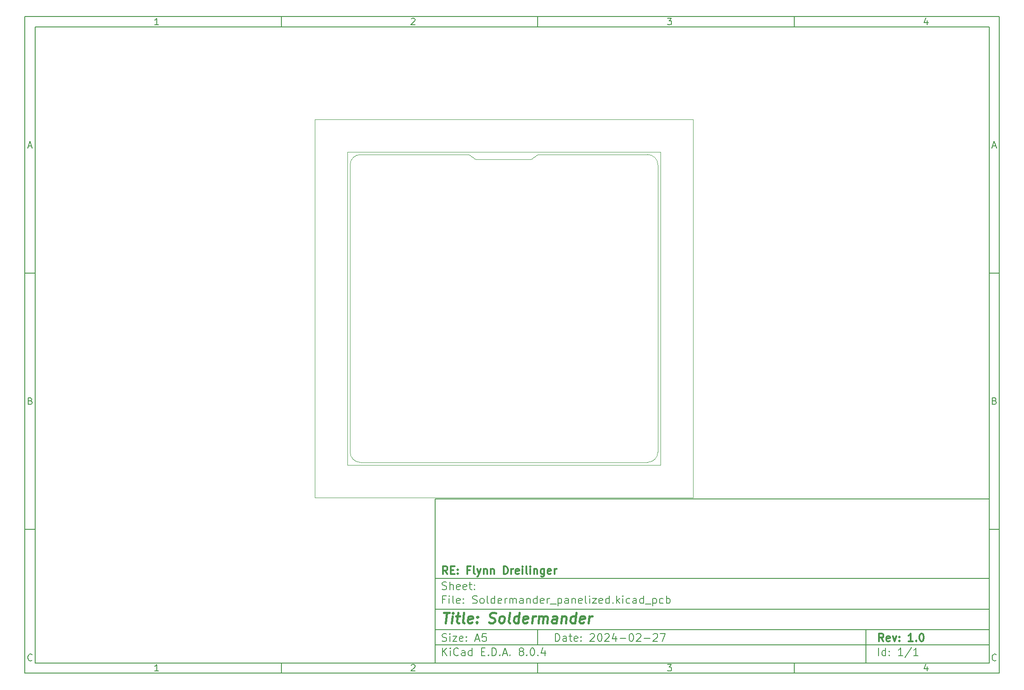
<source format=gbr>
%TF.GenerationSoftware,KiCad,Pcbnew,8.0.4*%
%TF.CreationDate,2024-07-26T20:24:49-07:00*%
%TF.ProjectId,Soldermander_panelized,536f6c64-6572-46d6-916e-6465725f7061,1.0*%
%TF.SameCoordinates,Original*%
%TF.FileFunction,Profile,NP*%
%FSLAX46Y46*%
G04 Gerber Fmt 4.6, Leading zero omitted, Abs format (unit mm)*
G04 Created by KiCad (PCBNEW 8.0.4) date 2024-07-26 20:24:49*
%MOMM*%
%LPD*%
G01*
G04 APERTURE LIST*
%ADD10C,0.100000*%
%ADD11C,0.150000*%
%ADD12C,0.300000*%
%ADD13C,0.400000*%
%TA.AperFunction,Profile*%
%ADD14C,0.100000*%
%TD*%
G04 APERTURE END LIST*
D10*
D11*
X90007200Y-104005800D02*
X198007200Y-104005800D01*
X198007200Y-136005800D01*
X90007200Y-136005800D01*
X90007200Y-104005800D01*
D10*
D11*
X10000000Y-10000000D02*
X200007200Y-10000000D01*
X200007200Y-138005800D01*
X10000000Y-138005800D01*
X10000000Y-10000000D01*
D10*
D11*
X12000000Y-12000000D02*
X198007200Y-12000000D01*
X198007200Y-136005800D01*
X12000000Y-136005800D01*
X12000000Y-12000000D01*
D10*
D11*
X60000000Y-12000000D02*
X60000000Y-10000000D01*
D10*
D11*
X110000000Y-12000000D02*
X110000000Y-10000000D01*
D10*
D11*
X160000000Y-12000000D02*
X160000000Y-10000000D01*
D10*
D11*
X36089160Y-11593604D02*
X35346303Y-11593604D01*
X35717731Y-11593604D02*
X35717731Y-10293604D01*
X35717731Y-10293604D02*
X35593922Y-10479319D01*
X35593922Y-10479319D02*
X35470112Y-10603128D01*
X35470112Y-10603128D02*
X35346303Y-10665033D01*
D10*
D11*
X85346303Y-10417414D02*
X85408207Y-10355509D01*
X85408207Y-10355509D02*
X85532017Y-10293604D01*
X85532017Y-10293604D02*
X85841541Y-10293604D01*
X85841541Y-10293604D02*
X85965350Y-10355509D01*
X85965350Y-10355509D02*
X86027255Y-10417414D01*
X86027255Y-10417414D02*
X86089160Y-10541223D01*
X86089160Y-10541223D02*
X86089160Y-10665033D01*
X86089160Y-10665033D02*
X86027255Y-10850747D01*
X86027255Y-10850747D02*
X85284398Y-11593604D01*
X85284398Y-11593604D02*
X86089160Y-11593604D01*
D10*
D11*
X135284398Y-10293604D02*
X136089160Y-10293604D01*
X136089160Y-10293604D02*
X135655826Y-10788842D01*
X135655826Y-10788842D02*
X135841541Y-10788842D01*
X135841541Y-10788842D02*
X135965350Y-10850747D01*
X135965350Y-10850747D02*
X136027255Y-10912652D01*
X136027255Y-10912652D02*
X136089160Y-11036461D01*
X136089160Y-11036461D02*
X136089160Y-11345985D01*
X136089160Y-11345985D02*
X136027255Y-11469795D01*
X136027255Y-11469795D02*
X135965350Y-11531700D01*
X135965350Y-11531700D02*
X135841541Y-11593604D01*
X135841541Y-11593604D02*
X135470112Y-11593604D01*
X135470112Y-11593604D02*
X135346303Y-11531700D01*
X135346303Y-11531700D02*
X135284398Y-11469795D01*
D10*
D11*
X185965350Y-10726938D02*
X185965350Y-11593604D01*
X185655826Y-10231700D02*
X185346303Y-11160271D01*
X185346303Y-11160271D02*
X186151064Y-11160271D01*
D10*
D11*
X60000000Y-136005800D02*
X60000000Y-138005800D01*
D10*
D11*
X110000000Y-136005800D02*
X110000000Y-138005800D01*
D10*
D11*
X160000000Y-136005800D02*
X160000000Y-138005800D01*
D10*
D11*
X36089160Y-137599404D02*
X35346303Y-137599404D01*
X35717731Y-137599404D02*
X35717731Y-136299404D01*
X35717731Y-136299404D02*
X35593922Y-136485119D01*
X35593922Y-136485119D02*
X35470112Y-136608928D01*
X35470112Y-136608928D02*
X35346303Y-136670833D01*
D10*
D11*
X85346303Y-136423214D02*
X85408207Y-136361309D01*
X85408207Y-136361309D02*
X85532017Y-136299404D01*
X85532017Y-136299404D02*
X85841541Y-136299404D01*
X85841541Y-136299404D02*
X85965350Y-136361309D01*
X85965350Y-136361309D02*
X86027255Y-136423214D01*
X86027255Y-136423214D02*
X86089160Y-136547023D01*
X86089160Y-136547023D02*
X86089160Y-136670833D01*
X86089160Y-136670833D02*
X86027255Y-136856547D01*
X86027255Y-136856547D02*
X85284398Y-137599404D01*
X85284398Y-137599404D02*
X86089160Y-137599404D01*
D10*
D11*
X135284398Y-136299404D02*
X136089160Y-136299404D01*
X136089160Y-136299404D02*
X135655826Y-136794642D01*
X135655826Y-136794642D02*
X135841541Y-136794642D01*
X135841541Y-136794642D02*
X135965350Y-136856547D01*
X135965350Y-136856547D02*
X136027255Y-136918452D01*
X136027255Y-136918452D02*
X136089160Y-137042261D01*
X136089160Y-137042261D02*
X136089160Y-137351785D01*
X136089160Y-137351785D02*
X136027255Y-137475595D01*
X136027255Y-137475595D02*
X135965350Y-137537500D01*
X135965350Y-137537500D02*
X135841541Y-137599404D01*
X135841541Y-137599404D02*
X135470112Y-137599404D01*
X135470112Y-137599404D02*
X135346303Y-137537500D01*
X135346303Y-137537500D02*
X135284398Y-137475595D01*
D10*
D11*
X185965350Y-136732738D02*
X185965350Y-137599404D01*
X185655826Y-136237500D02*
X185346303Y-137166071D01*
X185346303Y-137166071D02*
X186151064Y-137166071D01*
D10*
D11*
X10000000Y-60000000D02*
X12000000Y-60000000D01*
D10*
D11*
X10000000Y-110000000D02*
X12000000Y-110000000D01*
D10*
D11*
X10690476Y-35222176D02*
X11309523Y-35222176D01*
X10566666Y-35593604D02*
X10999999Y-34293604D01*
X10999999Y-34293604D02*
X11433333Y-35593604D01*
D10*
D11*
X11092857Y-84912652D02*
X11278571Y-84974557D01*
X11278571Y-84974557D02*
X11340476Y-85036461D01*
X11340476Y-85036461D02*
X11402380Y-85160271D01*
X11402380Y-85160271D02*
X11402380Y-85345985D01*
X11402380Y-85345985D02*
X11340476Y-85469795D01*
X11340476Y-85469795D02*
X11278571Y-85531700D01*
X11278571Y-85531700D02*
X11154761Y-85593604D01*
X11154761Y-85593604D02*
X10659523Y-85593604D01*
X10659523Y-85593604D02*
X10659523Y-84293604D01*
X10659523Y-84293604D02*
X11092857Y-84293604D01*
X11092857Y-84293604D02*
X11216666Y-84355509D01*
X11216666Y-84355509D02*
X11278571Y-84417414D01*
X11278571Y-84417414D02*
X11340476Y-84541223D01*
X11340476Y-84541223D02*
X11340476Y-84665033D01*
X11340476Y-84665033D02*
X11278571Y-84788842D01*
X11278571Y-84788842D02*
X11216666Y-84850747D01*
X11216666Y-84850747D02*
X11092857Y-84912652D01*
X11092857Y-84912652D02*
X10659523Y-84912652D01*
D10*
D11*
X11402380Y-135469795D02*
X11340476Y-135531700D01*
X11340476Y-135531700D02*
X11154761Y-135593604D01*
X11154761Y-135593604D02*
X11030952Y-135593604D01*
X11030952Y-135593604D02*
X10845238Y-135531700D01*
X10845238Y-135531700D02*
X10721428Y-135407890D01*
X10721428Y-135407890D02*
X10659523Y-135284080D01*
X10659523Y-135284080D02*
X10597619Y-135036461D01*
X10597619Y-135036461D02*
X10597619Y-134850747D01*
X10597619Y-134850747D02*
X10659523Y-134603128D01*
X10659523Y-134603128D02*
X10721428Y-134479319D01*
X10721428Y-134479319D02*
X10845238Y-134355509D01*
X10845238Y-134355509D02*
X11030952Y-134293604D01*
X11030952Y-134293604D02*
X11154761Y-134293604D01*
X11154761Y-134293604D02*
X11340476Y-134355509D01*
X11340476Y-134355509D02*
X11402380Y-134417414D01*
D10*
D11*
X200007200Y-60000000D02*
X198007200Y-60000000D01*
D10*
D11*
X200007200Y-110000000D02*
X198007200Y-110000000D01*
D10*
D11*
X198697676Y-35222176D02*
X199316723Y-35222176D01*
X198573866Y-35593604D02*
X199007199Y-34293604D01*
X199007199Y-34293604D02*
X199440533Y-35593604D01*
D10*
D11*
X199100057Y-84912652D02*
X199285771Y-84974557D01*
X199285771Y-84974557D02*
X199347676Y-85036461D01*
X199347676Y-85036461D02*
X199409580Y-85160271D01*
X199409580Y-85160271D02*
X199409580Y-85345985D01*
X199409580Y-85345985D02*
X199347676Y-85469795D01*
X199347676Y-85469795D02*
X199285771Y-85531700D01*
X199285771Y-85531700D02*
X199161961Y-85593604D01*
X199161961Y-85593604D02*
X198666723Y-85593604D01*
X198666723Y-85593604D02*
X198666723Y-84293604D01*
X198666723Y-84293604D02*
X199100057Y-84293604D01*
X199100057Y-84293604D02*
X199223866Y-84355509D01*
X199223866Y-84355509D02*
X199285771Y-84417414D01*
X199285771Y-84417414D02*
X199347676Y-84541223D01*
X199347676Y-84541223D02*
X199347676Y-84665033D01*
X199347676Y-84665033D02*
X199285771Y-84788842D01*
X199285771Y-84788842D02*
X199223866Y-84850747D01*
X199223866Y-84850747D02*
X199100057Y-84912652D01*
X199100057Y-84912652D02*
X198666723Y-84912652D01*
D10*
D11*
X199409580Y-135469795D02*
X199347676Y-135531700D01*
X199347676Y-135531700D02*
X199161961Y-135593604D01*
X199161961Y-135593604D02*
X199038152Y-135593604D01*
X199038152Y-135593604D02*
X198852438Y-135531700D01*
X198852438Y-135531700D02*
X198728628Y-135407890D01*
X198728628Y-135407890D02*
X198666723Y-135284080D01*
X198666723Y-135284080D02*
X198604819Y-135036461D01*
X198604819Y-135036461D02*
X198604819Y-134850747D01*
X198604819Y-134850747D02*
X198666723Y-134603128D01*
X198666723Y-134603128D02*
X198728628Y-134479319D01*
X198728628Y-134479319D02*
X198852438Y-134355509D01*
X198852438Y-134355509D02*
X199038152Y-134293604D01*
X199038152Y-134293604D02*
X199161961Y-134293604D01*
X199161961Y-134293604D02*
X199347676Y-134355509D01*
X199347676Y-134355509D02*
X199409580Y-134417414D01*
D10*
D11*
X113463026Y-131791928D02*
X113463026Y-130291928D01*
X113463026Y-130291928D02*
X113820169Y-130291928D01*
X113820169Y-130291928D02*
X114034455Y-130363357D01*
X114034455Y-130363357D02*
X114177312Y-130506214D01*
X114177312Y-130506214D02*
X114248741Y-130649071D01*
X114248741Y-130649071D02*
X114320169Y-130934785D01*
X114320169Y-130934785D02*
X114320169Y-131149071D01*
X114320169Y-131149071D02*
X114248741Y-131434785D01*
X114248741Y-131434785D02*
X114177312Y-131577642D01*
X114177312Y-131577642D02*
X114034455Y-131720500D01*
X114034455Y-131720500D02*
X113820169Y-131791928D01*
X113820169Y-131791928D02*
X113463026Y-131791928D01*
X115605884Y-131791928D02*
X115605884Y-131006214D01*
X115605884Y-131006214D02*
X115534455Y-130863357D01*
X115534455Y-130863357D02*
X115391598Y-130791928D01*
X115391598Y-130791928D02*
X115105884Y-130791928D01*
X115105884Y-130791928D02*
X114963026Y-130863357D01*
X115605884Y-131720500D02*
X115463026Y-131791928D01*
X115463026Y-131791928D02*
X115105884Y-131791928D01*
X115105884Y-131791928D02*
X114963026Y-131720500D01*
X114963026Y-131720500D02*
X114891598Y-131577642D01*
X114891598Y-131577642D02*
X114891598Y-131434785D01*
X114891598Y-131434785D02*
X114963026Y-131291928D01*
X114963026Y-131291928D02*
X115105884Y-131220500D01*
X115105884Y-131220500D02*
X115463026Y-131220500D01*
X115463026Y-131220500D02*
X115605884Y-131149071D01*
X116105884Y-130791928D02*
X116677312Y-130791928D01*
X116320169Y-130291928D02*
X116320169Y-131577642D01*
X116320169Y-131577642D02*
X116391598Y-131720500D01*
X116391598Y-131720500D02*
X116534455Y-131791928D01*
X116534455Y-131791928D02*
X116677312Y-131791928D01*
X117748741Y-131720500D02*
X117605884Y-131791928D01*
X117605884Y-131791928D02*
X117320170Y-131791928D01*
X117320170Y-131791928D02*
X117177312Y-131720500D01*
X117177312Y-131720500D02*
X117105884Y-131577642D01*
X117105884Y-131577642D02*
X117105884Y-131006214D01*
X117105884Y-131006214D02*
X117177312Y-130863357D01*
X117177312Y-130863357D02*
X117320170Y-130791928D01*
X117320170Y-130791928D02*
X117605884Y-130791928D01*
X117605884Y-130791928D02*
X117748741Y-130863357D01*
X117748741Y-130863357D02*
X117820170Y-131006214D01*
X117820170Y-131006214D02*
X117820170Y-131149071D01*
X117820170Y-131149071D02*
X117105884Y-131291928D01*
X118463026Y-131649071D02*
X118534455Y-131720500D01*
X118534455Y-131720500D02*
X118463026Y-131791928D01*
X118463026Y-131791928D02*
X118391598Y-131720500D01*
X118391598Y-131720500D02*
X118463026Y-131649071D01*
X118463026Y-131649071D02*
X118463026Y-131791928D01*
X118463026Y-130863357D02*
X118534455Y-130934785D01*
X118534455Y-130934785D02*
X118463026Y-131006214D01*
X118463026Y-131006214D02*
X118391598Y-130934785D01*
X118391598Y-130934785D02*
X118463026Y-130863357D01*
X118463026Y-130863357D02*
X118463026Y-131006214D01*
X120248741Y-130434785D02*
X120320169Y-130363357D01*
X120320169Y-130363357D02*
X120463027Y-130291928D01*
X120463027Y-130291928D02*
X120820169Y-130291928D01*
X120820169Y-130291928D02*
X120963027Y-130363357D01*
X120963027Y-130363357D02*
X121034455Y-130434785D01*
X121034455Y-130434785D02*
X121105884Y-130577642D01*
X121105884Y-130577642D02*
X121105884Y-130720500D01*
X121105884Y-130720500D02*
X121034455Y-130934785D01*
X121034455Y-130934785D02*
X120177312Y-131791928D01*
X120177312Y-131791928D02*
X121105884Y-131791928D01*
X122034455Y-130291928D02*
X122177312Y-130291928D01*
X122177312Y-130291928D02*
X122320169Y-130363357D01*
X122320169Y-130363357D02*
X122391598Y-130434785D01*
X122391598Y-130434785D02*
X122463026Y-130577642D01*
X122463026Y-130577642D02*
X122534455Y-130863357D01*
X122534455Y-130863357D02*
X122534455Y-131220500D01*
X122534455Y-131220500D02*
X122463026Y-131506214D01*
X122463026Y-131506214D02*
X122391598Y-131649071D01*
X122391598Y-131649071D02*
X122320169Y-131720500D01*
X122320169Y-131720500D02*
X122177312Y-131791928D01*
X122177312Y-131791928D02*
X122034455Y-131791928D01*
X122034455Y-131791928D02*
X121891598Y-131720500D01*
X121891598Y-131720500D02*
X121820169Y-131649071D01*
X121820169Y-131649071D02*
X121748740Y-131506214D01*
X121748740Y-131506214D02*
X121677312Y-131220500D01*
X121677312Y-131220500D02*
X121677312Y-130863357D01*
X121677312Y-130863357D02*
X121748740Y-130577642D01*
X121748740Y-130577642D02*
X121820169Y-130434785D01*
X121820169Y-130434785D02*
X121891598Y-130363357D01*
X121891598Y-130363357D02*
X122034455Y-130291928D01*
X123105883Y-130434785D02*
X123177311Y-130363357D01*
X123177311Y-130363357D02*
X123320169Y-130291928D01*
X123320169Y-130291928D02*
X123677311Y-130291928D01*
X123677311Y-130291928D02*
X123820169Y-130363357D01*
X123820169Y-130363357D02*
X123891597Y-130434785D01*
X123891597Y-130434785D02*
X123963026Y-130577642D01*
X123963026Y-130577642D02*
X123963026Y-130720500D01*
X123963026Y-130720500D02*
X123891597Y-130934785D01*
X123891597Y-130934785D02*
X123034454Y-131791928D01*
X123034454Y-131791928D02*
X123963026Y-131791928D01*
X125248740Y-130791928D02*
X125248740Y-131791928D01*
X124891597Y-130220500D02*
X124534454Y-131291928D01*
X124534454Y-131291928D02*
X125463025Y-131291928D01*
X126034453Y-131220500D02*
X127177311Y-131220500D01*
X128177311Y-130291928D02*
X128320168Y-130291928D01*
X128320168Y-130291928D02*
X128463025Y-130363357D01*
X128463025Y-130363357D02*
X128534454Y-130434785D01*
X128534454Y-130434785D02*
X128605882Y-130577642D01*
X128605882Y-130577642D02*
X128677311Y-130863357D01*
X128677311Y-130863357D02*
X128677311Y-131220500D01*
X128677311Y-131220500D02*
X128605882Y-131506214D01*
X128605882Y-131506214D02*
X128534454Y-131649071D01*
X128534454Y-131649071D02*
X128463025Y-131720500D01*
X128463025Y-131720500D02*
X128320168Y-131791928D01*
X128320168Y-131791928D02*
X128177311Y-131791928D01*
X128177311Y-131791928D02*
X128034454Y-131720500D01*
X128034454Y-131720500D02*
X127963025Y-131649071D01*
X127963025Y-131649071D02*
X127891596Y-131506214D01*
X127891596Y-131506214D02*
X127820168Y-131220500D01*
X127820168Y-131220500D02*
X127820168Y-130863357D01*
X127820168Y-130863357D02*
X127891596Y-130577642D01*
X127891596Y-130577642D02*
X127963025Y-130434785D01*
X127963025Y-130434785D02*
X128034454Y-130363357D01*
X128034454Y-130363357D02*
X128177311Y-130291928D01*
X129248739Y-130434785D02*
X129320167Y-130363357D01*
X129320167Y-130363357D02*
X129463025Y-130291928D01*
X129463025Y-130291928D02*
X129820167Y-130291928D01*
X129820167Y-130291928D02*
X129963025Y-130363357D01*
X129963025Y-130363357D02*
X130034453Y-130434785D01*
X130034453Y-130434785D02*
X130105882Y-130577642D01*
X130105882Y-130577642D02*
X130105882Y-130720500D01*
X130105882Y-130720500D02*
X130034453Y-130934785D01*
X130034453Y-130934785D02*
X129177310Y-131791928D01*
X129177310Y-131791928D02*
X130105882Y-131791928D01*
X130748738Y-131220500D02*
X131891596Y-131220500D01*
X132534453Y-130434785D02*
X132605881Y-130363357D01*
X132605881Y-130363357D02*
X132748739Y-130291928D01*
X132748739Y-130291928D02*
X133105881Y-130291928D01*
X133105881Y-130291928D02*
X133248739Y-130363357D01*
X133248739Y-130363357D02*
X133320167Y-130434785D01*
X133320167Y-130434785D02*
X133391596Y-130577642D01*
X133391596Y-130577642D02*
X133391596Y-130720500D01*
X133391596Y-130720500D02*
X133320167Y-130934785D01*
X133320167Y-130934785D02*
X132463024Y-131791928D01*
X132463024Y-131791928D02*
X133391596Y-131791928D01*
X133891595Y-130291928D02*
X134891595Y-130291928D01*
X134891595Y-130291928D02*
X134248738Y-131791928D01*
D10*
D11*
X90007200Y-132505800D02*
X198007200Y-132505800D01*
D10*
D11*
X91463026Y-134591928D02*
X91463026Y-133091928D01*
X92320169Y-134591928D02*
X91677312Y-133734785D01*
X92320169Y-133091928D02*
X91463026Y-133949071D01*
X92963026Y-134591928D02*
X92963026Y-133591928D01*
X92963026Y-133091928D02*
X92891598Y-133163357D01*
X92891598Y-133163357D02*
X92963026Y-133234785D01*
X92963026Y-133234785D02*
X93034455Y-133163357D01*
X93034455Y-133163357D02*
X92963026Y-133091928D01*
X92963026Y-133091928D02*
X92963026Y-133234785D01*
X94534455Y-134449071D02*
X94463027Y-134520500D01*
X94463027Y-134520500D02*
X94248741Y-134591928D01*
X94248741Y-134591928D02*
X94105884Y-134591928D01*
X94105884Y-134591928D02*
X93891598Y-134520500D01*
X93891598Y-134520500D02*
X93748741Y-134377642D01*
X93748741Y-134377642D02*
X93677312Y-134234785D01*
X93677312Y-134234785D02*
X93605884Y-133949071D01*
X93605884Y-133949071D02*
X93605884Y-133734785D01*
X93605884Y-133734785D02*
X93677312Y-133449071D01*
X93677312Y-133449071D02*
X93748741Y-133306214D01*
X93748741Y-133306214D02*
X93891598Y-133163357D01*
X93891598Y-133163357D02*
X94105884Y-133091928D01*
X94105884Y-133091928D02*
X94248741Y-133091928D01*
X94248741Y-133091928D02*
X94463027Y-133163357D01*
X94463027Y-133163357D02*
X94534455Y-133234785D01*
X95820170Y-134591928D02*
X95820170Y-133806214D01*
X95820170Y-133806214D02*
X95748741Y-133663357D01*
X95748741Y-133663357D02*
X95605884Y-133591928D01*
X95605884Y-133591928D02*
X95320170Y-133591928D01*
X95320170Y-133591928D02*
X95177312Y-133663357D01*
X95820170Y-134520500D02*
X95677312Y-134591928D01*
X95677312Y-134591928D02*
X95320170Y-134591928D01*
X95320170Y-134591928D02*
X95177312Y-134520500D01*
X95177312Y-134520500D02*
X95105884Y-134377642D01*
X95105884Y-134377642D02*
X95105884Y-134234785D01*
X95105884Y-134234785D02*
X95177312Y-134091928D01*
X95177312Y-134091928D02*
X95320170Y-134020500D01*
X95320170Y-134020500D02*
X95677312Y-134020500D01*
X95677312Y-134020500D02*
X95820170Y-133949071D01*
X97177313Y-134591928D02*
X97177313Y-133091928D01*
X97177313Y-134520500D02*
X97034455Y-134591928D01*
X97034455Y-134591928D02*
X96748741Y-134591928D01*
X96748741Y-134591928D02*
X96605884Y-134520500D01*
X96605884Y-134520500D02*
X96534455Y-134449071D01*
X96534455Y-134449071D02*
X96463027Y-134306214D01*
X96463027Y-134306214D02*
X96463027Y-133877642D01*
X96463027Y-133877642D02*
X96534455Y-133734785D01*
X96534455Y-133734785D02*
X96605884Y-133663357D01*
X96605884Y-133663357D02*
X96748741Y-133591928D01*
X96748741Y-133591928D02*
X97034455Y-133591928D01*
X97034455Y-133591928D02*
X97177313Y-133663357D01*
X99034455Y-133806214D02*
X99534455Y-133806214D01*
X99748741Y-134591928D02*
X99034455Y-134591928D01*
X99034455Y-134591928D02*
X99034455Y-133091928D01*
X99034455Y-133091928D02*
X99748741Y-133091928D01*
X100391598Y-134449071D02*
X100463027Y-134520500D01*
X100463027Y-134520500D02*
X100391598Y-134591928D01*
X100391598Y-134591928D02*
X100320170Y-134520500D01*
X100320170Y-134520500D02*
X100391598Y-134449071D01*
X100391598Y-134449071D02*
X100391598Y-134591928D01*
X101105884Y-134591928D02*
X101105884Y-133091928D01*
X101105884Y-133091928D02*
X101463027Y-133091928D01*
X101463027Y-133091928D02*
X101677313Y-133163357D01*
X101677313Y-133163357D02*
X101820170Y-133306214D01*
X101820170Y-133306214D02*
X101891599Y-133449071D01*
X101891599Y-133449071D02*
X101963027Y-133734785D01*
X101963027Y-133734785D02*
X101963027Y-133949071D01*
X101963027Y-133949071D02*
X101891599Y-134234785D01*
X101891599Y-134234785D02*
X101820170Y-134377642D01*
X101820170Y-134377642D02*
X101677313Y-134520500D01*
X101677313Y-134520500D02*
X101463027Y-134591928D01*
X101463027Y-134591928D02*
X101105884Y-134591928D01*
X102605884Y-134449071D02*
X102677313Y-134520500D01*
X102677313Y-134520500D02*
X102605884Y-134591928D01*
X102605884Y-134591928D02*
X102534456Y-134520500D01*
X102534456Y-134520500D02*
X102605884Y-134449071D01*
X102605884Y-134449071D02*
X102605884Y-134591928D01*
X103248742Y-134163357D02*
X103963028Y-134163357D01*
X103105885Y-134591928D02*
X103605885Y-133091928D01*
X103605885Y-133091928D02*
X104105885Y-134591928D01*
X104605884Y-134449071D02*
X104677313Y-134520500D01*
X104677313Y-134520500D02*
X104605884Y-134591928D01*
X104605884Y-134591928D02*
X104534456Y-134520500D01*
X104534456Y-134520500D02*
X104605884Y-134449071D01*
X104605884Y-134449071D02*
X104605884Y-134591928D01*
X106677313Y-133734785D02*
X106534456Y-133663357D01*
X106534456Y-133663357D02*
X106463027Y-133591928D01*
X106463027Y-133591928D02*
X106391599Y-133449071D01*
X106391599Y-133449071D02*
X106391599Y-133377642D01*
X106391599Y-133377642D02*
X106463027Y-133234785D01*
X106463027Y-133234785D02*
X106534456Y-133163357D01*
X106534456Y-133163357D02*
X106677313Y-133091928D01*
X106677313Y-133091928D02*
X106963027Y-133091928D01*
X106963027Y-133091928D02*
X107105885Y-133163357D01*
X107105885Y-133163357D02*
X107177313Y-133234785D01*
X107177313Y-133234785D02*
X107248742Y-133377642D01*
X107248742Y-133377642D02*
X107248742Y-133449071D01*
X107248742Y-133449071D02*
X107177313Y-133591928D01*
X107177313Y-133591928D02*
X107105885Y-133663357D01*
X107105885Y-133663357D02*
X106963027Y-133734785D01*
X106963027Y-133734785D02*
X106677313Y-133734785D01*
X106677313Y-133734785D02*
X106534456Y-133806214D01*
X106534456Y-133806214D02*
X106463027Y-133877642D01*
X106463027Y-133877642D02*
X106391599Y-134020500D01*
X106391599Y-134020500D02*
X106391599Y-134306214D01*
X106391599Y-134306214D02*
X106463027Y-134449071D01*
X106463027Y-134449071D02*
X106534456Y-134520500D01*
X106534456Y-134520500D02*
X106677313Y-134591928D01*
X106677313Y-134591928D02*
X106963027Y-134591928D01*
X106963027Y-134591928D02*
X107105885Y-134520500D01*
X107105885Y-134520500D02*
X107177313Y-134449071D01*
X107177313Y-134449071D02*
X107248742Y-134306214D01*
X107248742Y-134306214D02*
X107248742Y-134020500D01*
X107248742Y-134020500D02*
X107177313Y-133877642D01*
X107177313Y-133877642D02*
X107105885Y-133806214D01*
X107105885Y-133806214D02*
X106963027Y-133734785D01*
X107891598Y-134449071D02*
X107963027Y-134520500D01*
X107963027Y-134520500D02*
X107891598Y-134591928D01*
X107891598Y-134591928D02*
X107820170Y-134520500D01*
X107820170Y-134520500D02*
X107891598Y-134449071D01*
X107891598Y-134449071D02*
X107891598Y-134591928D01*
X108891599Y-133091928D02*
X109034456Y-133091928D01*
X109034456Y-133091928D02*
X109177313Y-133163357D01*
X109177313Y-133163357D02*
X109248742Y-133234785D01*
X109248742Y-133234785D02*
X109320170Y-133377642D01*
X109320170Y-133377642D02*
X109391599Y-133663357D01*
X109391599Y-133663357D02*
X109391599Y-134020500D01*
X109391599Y-134020500D02*
X109320170Y-134306214D01*
X109320170Y-134306214D02*
X109248742Y-134449071D01*
X109248742Y-134449071D02*
X109177313Y-134520500D01*
X109177313Y-134520500D02*
X109034456Y-134591928D01*
X109034456Y-134591928D02*
X108891599Y-134591928D01*
X108891599Y-134591928D02*
X108748742Y-134520500D01*
X108748742Y-134520500D02*
X108677313Y-134449071D01*
X108677313Y-134449071D02*
X108605884Y-134306214D01*
X108605884Y-134306214D02*
X108534456Y-134020500D01*
X108534456Y-134020500D02*
X108534456Y-133663357D01*
X108534456Y-133663357D02*
X108605884Y-133377642D01*
X108605884Y-133377642D02*
X108677313Y-133234785D01*
X108677313Y-133234785D02*
X108748742Y-133163357D01*
X108748742Y-133163357D02*
X108891599Y-133091928D01*
X110034455Y-134449071D02*
X110105884Y-134520500D01*
X110105884Y-134520500D02*
X110034455Y-134591928D01*
X110034455Y-134591928D02*
X109963027Y-134520500D01*
X109963027Y-134520500D02*
X110034455Y-134449071D01*
X110034455Y-134449071D02*
X110034455Y-134591928D01*
X111391599Y-133591928D02*
X111391599Y-134591928D01*
X111034456Y-133020500D02*
X110677313Y-134091928D01*
X110677313Y-134091928D02*
X111605884Y-134091928D01*
D10*
D11*
X90007200Y-129505800D02*
X198007200Y-129505800D01*
D10*
D12*
X177418853Y-131784128D02*
X176918853Y-131069842D01*
X176561710Y-131784128D02*
X176561710Y-130284128D01*
X176561710Y-130284128D02*
X177133139Y-130284128D01*
X177133139Y-130284128D02*
X177275996Y-130355557D01*
X177275996Y-130355557D02*
X177347425Y-130426985D01*
X177347425Y-130426985D02*
X177418853Y-130569842D01*
X177418853Y-130569842D02*
X177418853Y-130784128D01*
X177418853Y-130784128D02*
X177347425Y-130926985D01*
X177347425Y-130926985D02*
X177275996Y-130998414D01*
X177275996Y-130998414D02*
X177133139Y-131069842D01*
X177133139Y-131069842D02*
X176561710Y-131069842D01*
X178633139Y-131712700D02*
X178490282Y-131784128D01*
X178490282Y-131784128D02*
X178204568Y-131784128D01*
X178204568Y-131784128D02*
X178061710Y-131712700D01*
X178061710Y-131712700D02*
X177990282Y-131569842D01*
X177990282Y-131569842D02*
X177990282Y-130998414D01*
X177990282Y-130998414D02*
X178061710Y-130855557D01*
X178061710Y-130855557D02*
X178204568Y-130784128D01*
X178204568Y-130784128D02*
X178490282Y-130784128D01*
X178490282Y-130784128D02*
X178633139Y-130855557D01*
X178633139Y-130855557D02*
X178704568Y-130998414D01*
X178704568Y-130998414D02*
X178704568Y-131141271D01*
X178704568Y-131141271D02*
X177990282Y-131284128D01*
X179204567Y-130784128D02*
X179561710Y-131784128D01*
X179561710Y-131784128D02*
X179918853Y-130784128D01*
X180490281Y-131641271D02*
X180561710Y-131712700D01*
X180561710Y-131712700D02*
X180490281Y-131784128D01*
X180490281Y-131784128D02*
X180418853Y-131712700D01*
X180418853Y-131712700D02*
X180490281Y-131641271D01*
X180490281Y-131641271D02*
X180490281Y-131784128D01*
X180490281Y-130855557D02*
X180561710Y-130926985D01*
X180561710Y-130926985D02*
X180490281Y-130998414D01*
X180490281Y-130998414D02*
X180418853Y-130926985D01*
X180418853Y-130926985D02*
X180490281Y-130855557D01*
X180490281Y-130855557D02*
X180490281Y-130998414D01*
X183133139Y-131784128D02*
X182275996Y-131784128D01*
X182704567Y-131784128D02*
X182704567Y-130284128D01*
X182704567Y-130284128D02*
X182561710Y-130498414D01*
X182561710Y-130498414D02*
X182418853Y-130641271D01*
X182418853Y-130641271D02*
X182275996Y-130712700D01*
X183775995Y-131641271D02*
X183847424Y-131712700D01*
X183847424Y-131712700D02*
X183775995Y-131784128D01*
X183775995Y-131784128D02*
X183704567Y-131712700D01*
X183704567Y-131712700D02*
X183775995Y-131641271D01*
X183775995Y-131641271D02*
X183775995Y-131784128D01*
X184775996Y-130284128D02*
X184918853Y-130284128D01*
X184918853Y-130284128D02*
X185061710Y-130355557D01*
X185061710Y-130355557D02*
X185133139Y-130426985D01*
X185133139Y-130426985D02*
X185204567Y-130569842D01*
X185204567Y-130569842D02*
X185275996Y-130855557D01*
X185275996Y-130855557D02*
X185275996Y-131212700D01*
X185275996Y-131212700D02*
X185204567Y-131498414D01*
X185204567Y-131498414D02*
X185133139Y-131641271D01*
X185133139Y-131641271D02*
X185061710Y-131712700D01*
X185061710Y-131712700D02*
X184918853Y-131784128D01*
X184918853Y-131784128D02*
X184775996Y-131784128D01*
X184775996Y-131784128D02*
X184633139Y-131712700D01*
X184633139Y-131712700D02*
X184561710Y-131641271D01*
X184561710Y-131641271D02*
X184490281Y-131498414D01*
X184490281Y-131498414D02*
X184418853Y-131212700D01*
X184418853Y-131212700D02*
X184418853Y-130855557D01*
X184418853Y-130855557D02*
X184490281Y-130569842D01*
X184490281Y-130569842D02*
X184561710Y-130426985D01*
X184561710Y-130426985D02*
X184633139Y-130355557D01*
X184633139Y-130355557D02*
X184775996Y-130284128D01*
D10*
D11*
X91391598Y-131720500D02*
X91605884Y-131791928D01*
X91605884Y-131791928D02*
X91963026Y-131791928D01*
X91963026Y-131791928D02*
X92105884Y-131720500D01*
X92105884Y-131720500D02*
X92177312Y-131649071D01*
X92177312Y-131649071D02*
X92248741Y-131506214D01*
X92248741Y-131506214D02*
X92248741Y-131363357D01*
X92248741Y-131363357D02*
X92177312Y-131220500D01*
X92177312Y-131220500D02*
X92105884Y-131149071D01*
X92105884Y-131149071D02*
X91963026Y-131077642D01*
X91963026Y-131077642D02*
X91677312Y-131006214D01*
X91677312Y-131006214D02*
X91534455Y-130934785D01*
X91534455Y-130934785D02*
X91463026Y-130863357D01*
X91463026Y-130863357D02*
X91391598Y-130720500D01*
X91391598Y-130720500D02*
X91391598Y-130577642D01*
X91391598Y-130577642D02*
X91463026Y-130434785D01*
X91463026Y-130434785D02*
X91534455Y-130363357D01*
X91534455Y-130363357D02*
X91677312Y-130291928D01*
X91677312Y-130291928D02*
X92034455Y-130291928D01*
X92034455Y-130291928D02*
X92248741Y-130363357D01*
X92891597Y-131791928D02*
X92891597Y-130791928D01*
X92891597Y-130291928D02*
X92820169Y-130363357D01*
X92820169Y-130363357D02*
X92891597Y-130434785D01*
X92891597Y-130434785D02*
X92963026Y-130363357D01*
X92963026Y-130363357D02*
X92891597Y-130291928D01*
X92891597Y-130291928D02*
X92891597Y-130434785D01*
X93463026Y-130791928D02*
X94248741Y-130791928D01*
X94248741Y-130791928D02*
X93463026Y-131791928D01*
X93463026Y-131791928D02*
X94248741Y-131791928D01*
X95391598Y-131720500D02*
X95248741Y-131791928D01*
X95248741Y-131791928D02*
X94963027Y-131791928D01*
X94963027Y-131791928D02*
X94820169Y-131720500D01*
X94820169Y-131720500D02*
X94748741Y-131577642D01*
X94748741Y-131577642D02*
X94748741Y-131006214D01*
X94748741Y-131006214D02*
X94820169Y-130863357D01*
X94820169Y-130863357D02*
X94963027Y-130791928D01*
X94963027Y-130791928D02*
X95248741Y-130791928D01*
X95248741Y-130791928D02*
X95391598Y-130863357D01*
X95391598Y-130863357D02*
X95463027Y-131006214D01*
X95463027Y-131006214D02*
X95463027Y-131149071D01*
X95463027Y-131149071D02*
X94748741Y-131291928D01*
X96105883Y-131649071D02*
X96177312Y-131720500D01*
X96177312Y-131720500D02*
X96105883Y-131791928D01*
X96105883Y-131791928D02*
X96034455Y-131720500D01*
X96034455Y-131720500D02*
X96105883Y-131649071D01*
X96105883Y-131649071D02*
X96105883Y-131791928D01*
X96105883Y-130863357D02*
X96177312Y-130934785D01*
X96177312Y-130934785D02*
X96105883Y-131006214D01*
X96105883Y-131006214D02*
X96034455Y-130934785D01*
X96034455Y-130934785D02*
X96105883Y-130863357D01*
X96105883Y-130863357D02*
X96105883Y-131006214D01*
X97891598Y-131363357D02*
X98605884Y-131363357D01*
X97748741Y-131791928D02*
X98248741Y-130291928D01*
X98248741Y-130291928D02*
X98748741Y-131791928D01*
X99963026Y-130291928D02*
X99248740Y-130291928D01*
X99248740Y-130291928D02*
X99177312Y-131006214D01*
X99177312Y-131006214D02*
X99248740Y-130934785D01*
X99248740Y-130934785D02*
X99391598Y-130863357D01*
X99391598Y-130863357D02*
X99748740Y-130863357D01*
X99748740Y-130863357D02*
X99891598Y-130934785D01*
X99891598Y-130934785D02*
X99963026Y-131006214D01*
X99963026Y-131006214D02*
X100034455Y-131149071D01*
X100034455Y-131149071D02*
X100034455Y-131506214D01*
X100034455Y-131506214D02*
X99963026Y-131649071D01*
X99963026Y-131649071D02*
X99891598Y-131720500D01*
X99891598Y-131720500D02*
X99748740Y-131791928D01*
X99748740Y-131791928D02*
X99391598Y-131791928D01*
X99391598Y-131791928D02*
X99248740Y-131720500D01*
X99248740Y-131720500D02*
X99177312Y-131649071D01*
D10*
D11*
X176463026Y-134591928D02*
X176463026Y-133091928D01*
X177820170Y-134591928D02*
X177820170Y-133091928D01*
X177820170Y-134520500D02*
X177677312Y-134591928D01*
X177677312Y-134591928D02*
X177391598Y-134591928D01*
X177391598Y-134591928D02*
X177248741Y-134520500D01*
X177248741Y-134520500D02*
X177177312Y-134449071D01*
X177177312Y-134449071D02*
X177105884Y-134306214D01*
X177105884Y-134306214D02*
X177105884Y-133877642D01*
X177105884Y-133877642D02*
X177177312Y-133734785D01*
X177177312Y-133734785D02*
X177248741Y-133663357D01*
X177248741Y-133663357D02*
X177391598Y-133591928D01*
X177391598Y-133591928D02*
X177677312Y-133591928D01*
X177677312Y-133591928D02*
X177820170Y-133663357D01*
X178534455Y-134449071D02*
X178605884Y-134520500D01*
X178605884Y-134520500D02*
X178534455Y-134591928D01*
X178534455Y-134591928D02*
X178463027Y-134520500D01*
X178463027Y-134520500D02*
X178534455Y-134449071D01*
X178534455Y-134449071D02*
X178534455Y-134591928D01*
X178534455Y-133663357D02*
X178605884Y-133734785D01*
X178605884Y-133734785D02*
X178534455Y-133806214D01*
X178534455Y-133806214D02*
X178463027Y-133734785D01*
X178463027Y-133734785D02*
X178534455Y-133663357D01*
X178534455Y-133663357D02*
X178534455Y-133806214D01*
X181177313Y-134591928D02*
X180320170Y-134591928D01*
X180748741Y-134591928D02*
X180748741Y-133091928D01*
X180748741Y-133091928D02*
X180605884Y-133306214D01*
X180605884Y-133306214D02*
X180463027Y-133449071D01*
X180463027Y-133449071D02*
X180320170Y-133520500D01*
X182891598Y-133020500D02*
X181605884Y-134949071D01*
X184177313Y-134591928D02*
X183320170Y-134591928D01*
X183748741Y-134591928D02*
X183748741Y-133091928D01*
X183748741Y-133091928D02*
X183605884Y-133306214D01*
X183605884Y-133306214D02*
X183463027Y-133449071D01*
X183463027Y-133449071D02*
X183320170Y-133520500D01*
D10*
D11*
X90007200Y-125505800D02*
X198007200Y-125505800D01*
D10*
D13*
X91698928Y-126210238D02*
X92841785Y-126210238D01*
X92020357Y-128210238D02*
X92270357Y-126210238D01*
X93258452Y-128210238D02*
X93425119Y-126876904D01*
X93508452Y-126210238D02*
X93401309Y-126305476D01*
X93401309Y-126305476D02*
X93484643Y-126400714D01*
X93484643Y-126400714D02*
X93591786Y-126305476D01*
X93591786Y-126305476D02*
X93508452Y-126210238D01*
X93508452Y-126210238D02*
X93484643Y-126400714D01*
X94091786Y-126876904D02*
X94853690Y-126876904D01*
X94460833Y-126210238D02*
X94246548Y-127924523D01*
X94246548Y-127924523D02*
X94317976Y-128115000D01*
X94317976Y-128115000D02*
X94496548Y-128210238D01*
X94496548Y-128210238D02*
X94687024Y-128210238D01*
X95639405Y-128210238D02*
X95460833Y-128115000D01*
X95460833Y-128115000D02*
X95389405Y-127924523D01*
X95389405Y-127924523D02*
X95603690Y-126210238D01*
X97175119Y-128115000D02*
X96972738Y-128210238D01*
X96972738Y-128210238D02*
X96591785Y-128210238D01*
X96591785Y-128210238D02*
X96413214Y-128115000D01*
X96413214Y-128115000D02*
X96341785Y-127924523D01*
X96341785Y-127924523D02*
X96437024Y-127162619D01*
X96437024Y-127162619D02*
X96556071Y-126972142D01*
X96556071Y-126972142D02*
X96758452Y-126876904D01*
X96758452Y-126876904D02*
X97139404Y-126876904D01*
X97139404Y-126876904D02*
X97317976Y-126972142D01*
X97317976Y-126972142D02*
X97389404Y-127162619D01*
X97389404Y-127162619D02*
X97365595Y-127353095D01*
X97365595Y-127353095D02*
X96389404Y-127543571D01*
X98139405Y-128019761D02*
X98222738Y-128115000D01*
X98222738Y-128115000D02*
X98115595Y-128210238D01*
X98115595Y-128210238D02*
X98032262Y-128115000D01*
X98032262Y-128115000D02*
X98139405Y-128019761D01*
X98139405Y-128019761D02*
X98115595Y-128210238D01*
X98270357Y-126972142D02*
X98353690Y-127067380D01*
X98353690Y-127067380D02*
X98246548Y-127162619D01*
X98246548Y-127162619D02*
X98163214Y-127067380D01*
X98163214Y-127067380D02*
X98270357Y-126972142D01*
X98270357Y-126972142D02*
X98246548Y-127162619D01*
X100508453Y-128115000D02*
X100782262Y-128210238D01*
X100782262Y-128210238D02*
X101258453Y-128210238D01*
X101258453Y-128210238D02*
X101460834Y-128115000D01*
X101460834Y-128115000D02*
X101567977Y-128019761D01*
X101567977Y-128019761D02*
X101687024Y-127829285D01*
X101687024Y-127829285D02*
X101710834Y-127638809D01*
X101710834Y-127638809D02*
X101639405Y-127448333D01*
X101639405Y-127448333D02*
X101556072Y-127353095D01*
X101556072Y-127353095D02*
X101377501Y-127257857D01*
X101377501Y-127257857D02*
X101008453Y-127162619D01*
X101008453Y-127162619D02*
X100829881Y-127067380D01*
X100829881Y-127067380D02*
X100746548Y-126972142D01*
X100746548Y-126972142D02*
X100675120Y-126781666D01*
X100675120Y-126781666D02*
X100698929Y-126591190D01*
X100698929Y-126591190D02*
X100817977Y-126400714D01*
X100817977Y-126400714D02*
X100925120Y-126305476D01*
X100925120Y-126305476D02*
X101127501Y-126210238D01*
X101127501Y-126210238D02*
X101603691Y-126210238D01*
X101603691Y-126210238D02*
X101877501Y-126305476D01*
X102782263Y-128210238D02*
X102603691Y-128115000D01*
X102603691Y-128115000D02*
X102520358Y-128019761D01*
X102520358Y-128019761D02*
X102448929Y-127829285D01*
X102448929Y-127829285D02*
X102520358Y-127257857D01*
X102520358Y-127257857D02*
X102639405Y-127067380D01*
X102639405Y-127067380D02*
X102746548Y-126972142D01*
X102746548Y-126972142D02*
X102948929Y-126876904D01*
X102948929Y-126876904D02*
X103234643Y-126876904D01*
X103234643Y-126876904D02*
X103413215Y-126972142D01*
X103413215Y-126972142D02*
X103496548Y-127067380D01*
X103496548Y-127067380D02*
X103567977Y-127257857D01*
X103567977Y-127257857D02*
X103496548Y-127829285D01*
X103496548Y-127829285D02*
X103377501Y-128019761D01*
X103377501Y-128019761D02*
X103270358Y-128115000D01*
X103270358Y-128115000D02*
X103067977Y-128210238D01*
X103067977Y-128210238D02*
X102782263Y-128210238D01*
X104591787Y-128210238D02*
X104413215Y-128115000D01*
X104413215Y-128115000D02*
X104341787Y-127924523D01*
X104341787Y-127924523D02*
X104556072Y-126210238D01*
X106210834Y-128210238D02*
X106460834Y-126210238D01*
X106222739Y-128115000D02*
X106020358Y-128210238D01*
X106020358Y-128210238D02*
X105639406Y-128210238D01*
X105639406Y-128210238D02*
X105460834Y-128115000D01*
X105460834Y-128115000D02*
X105377501Y-128019761D01*
X105377501Y-128019761D02*
X105306072Y-127829285D01*
X105306072Y-127829285D02*
X105377501Y-127257857D01*
X105377501Y-127257857D02*
X105496548Y-127067380D01*
X105496548Y-127067380D02*
X105603691Y-126972142D01*
X105603691Y-126972142D02*
X105806072Y-126876904D01*
X105806072Y-126876904D02*
X106187025Y-126876904D01*
X106187025Y-126876904D02*
X106365596Y-126972142D01*
X107937025Y-128115000D02*
X107734644Y-128210238D01*
X107734644Y-128210238D02*
X107353691Y-128210238D01*
X107353691Y-128210238D02*
X107175120Y-128115000D01*
X107175120Y-128115000D02*
X107103691Y-127924523D01*
X107103691Y-127924523D02*
X107198930Y-127162619D01*
X107198930Y-127162619D02*
X107317977Y-126972142D01*
X107317977Y-126972142D02*
X107520358Y-126876904D01*
X107520358Y-126876904D02*
X107901310Y-126876904D01*
X107901310Y-126876904D02*
X108079882Y-126972142D01*
X108079882Y-126972142D02*
X108151310Y-127162619D01*
X108151310Y-127162619D02*
X108127501Y-127353095D01*
X108127501Y-127353095D02*
X107151310Y-127543571D01*
X108877501Y-128210238D02*
X109044168Y-126876904D01*
X108996549Y-127257857D02*
X109115596Y-127067380D01*
X109115596Y-127067380D02*
X109222739Y-126972142D01*
X109222739Y-126972142D02*
X109425120Y-126876904D01*
X109425120Y-126876904D02*
X109615596Y-126876904D01*
X110115596Y-128210238D02*
X110282263Y-126876904D01*
X110258453Y-127067380D02*
X110365596Y-126972142D01*
X110365596Y-126972142D02*
X110567977Y-126876904D01*
X110567977Y-126876904D02*
X110853691Y-126876904D01*
X110853691Y-126876904D02*
X111032263Y-126972142D01*
X111032263Y-126972142D02*
X111103691Y-127162619D01*
X111103691Y-127162619D02*
X110972739Y-128210238D01*
X111103691Y-127162619D02*
X111222739Y-126972142D01*
X111222739Y-126972142D02*
X111425120Y-126876904D01*
X111425120Y-126876904D02*
X111710834Y-126876904D01*
X111710834Y-126876904D02*
X111889406Y-126972142D01*
X111889406Y-126972142D02*
X111960834Y-127162619D01*
X111960834Y-127162619D02*
X111829882Y-128210238D01*
X113639406Y-128210238D02*
X113770358Y-127162619D01*
X113770358Y-127162619D02*
X113698930Y-126972142D01*
X113698930Y-126972142D02*
X113520358Y-126876904D01*
X113520358Y-126876904D02*
X113139406Y-126876904D01*
X113139406Y-126876904D02*
X112937025Y-126972142D01*
X113651311Y-128115000D02*
X113448930Y-128210238D01*
X113448930Y-128210238D02*
X112972739Y-128210238D01*
X112972739Y-128210238D02*
X112794168Y-128115000D01*
X112794168Y-128115000D02*
X112722739Y-127924523D01*
X112722739Y-127924523D02*
X112746549Y-127734047D01*
X112746549Y-127734047D02*
X112865597Y-127543571D01*
X112865597Y-127543571D02*
X113067978Y-127448333D01*
X113067978Y-127448333D02*
X113544168Y-127448333D01*
X113544168Y-127448333D02*
X113746549Y-127353095D01*
X114758454Y-126876904D02*
X114591787Y-128210238D01*
X114734644Y-127067380D02*
X114841787Y-126972142D01*
X114841787Y-126972142D02*
X115044168Y-126876904D01*
X115044168Y-126876904D02*
X115329882Y-126876904D01*
X115329882Y-126876904D02*
X115508454Y-126972142D01*
X115508454Y-126972142D02*
X115579882Y-127162619D01*
X115579882Y-127162619D02*
X115448930Y-128210238D01*
X117258454Y-128210238D02*
X117508454Y-126210238D01*
X117270359Y-128115000D02*
X117067978Y-128210238D01*
X117067978Y-128210238D02*
X116687026Y-128210238D01*
X116687026Y-128210238D02*
X116508454Y-128115000D01*
X116508454Y-128115000D02*
X116425121Y-128019761D01*
X116425121Y-128019761D02*
X116353692Y-127829285D01*
X116353692Y-127829285D02*
X116425121Y-127257857D01*
X116425121Y-127257857D02*
X116544168Y-127067380D01*
X116544168Y-127067380D02*
X116651311Y-126972142D01*
X116651311Y-126972142D02*
X116853692Y-126876904D01*
X116853692Y-126876904D02*
X117234645Y-126876904D01*
X117234645Y-126876904D02*
X117413216Y-126972142D01*
X118984645Y-128115000D02*
X118782264Y-128210238D01*
X118782264Y-128210238D02*
X118401311Y-128210238D01*
X118401311Y-128210238D02*
X118222740Y-128115000D01*
X118222740Y-128115000D02*
X118151311Y-127924523D01*
X118151311Y-127924523D02*
X118246550Y-127162619D01*
X118246550Y-127162619D02*
X118365597Y-126972142D01*
X118365597Y-126972142D02*
X118567978Y-126876904D01*
X118567978Y-126876904D02*
X118948930Y-126876904D01*
X118948930Y-126876904D02*
X119127502Y-126972142D01*
X119127502Y-126972142D02*
X119198930Y-127162619D01*
X119198930Y-127162619D02*
X119175121Y-127353095D01*
X119175121Y-127353095D02*
X118198930Y-127543571D01*
X119925121Y-128210238D02*
X120091788Y-126876904D01*
X120044169Y-127257857D02*
X120163216Y-127067380D01*
X120163216Y-127067380D02*
X120270359Y-126972142D01*
X120270359Y-126972142D02*
X120472740Y-126876904D01*
X120472740Y-126876904D02*
X120663216Y-126876904D01*
D10*
D11*
X91963026Y-123606214D02*
X91463026Y-123606214D01*
X91463026Y-124391928D02*
X91463026Y-122891928D01*
X91463026Y-122891928D02*
X92177312Y-122891928D01*
X92748740Y-124391928D02*
X92748740Y-123391928D01*
X92748740Y-122891928D02*
X92677312Y-122963357D01*
X92677312Y-122963357D02*
X92748740Y-123034785D01*
X92748740Y-123034785D02*
X92820169Y-122963357D01*
X92820169Y-122963357D02*
X92748740Y-122891928D01*
X92748740Y-122891928D02*
X92748740Y-123034785D01*
X93677312Y-124391928D02*
X93534455Y-124320500D01*
X93534455Y-124320500D02*
X93463026Y-124177642D01*
X93463026Y-124177642D02*
X93463026Y-122891928D01*
X94820169Y-124320500D02*
X94677312Y-124391928D01*
X94677312Y-124391928D02*
X94391598Y-124391928D01*
X94391598Y-124391928D02*
X94248740Y-124320500D01*
X94248740Y-124320500D02*
X94177312Y-124177642D01*
X94177312Y-124177642D02*
X94177312Y-123606214D01*
X94177312Y-123606214D02*
X94248740Y-123463357D01*
X94248740Y-123463357D02*
X94391598Y-123391928D01*
X94391598Y-123391928D02*
X94677312Y-123391928D01*
X94677312Y-123391928D02*
X94820169Y-123463357D01*
X94820169Y-123463357D02*
X94891598Y-123606214D01*
X94891598Y-123606214D02*
X94891598Y-123749071D01*
X94891598Y-123749071D02*
X94177312Y-123891928D01*
X95534454Y-124249071D02*
X95605883Y-124320500D01*
X95605883Y-124320500D02*
X95534454Y-124391928D01*
X95534454Y-124391928D02*
X95463026Y-124320500D01*
X95463026Y-124320500D02*
X95534454Y-124249071D01*
X95534454Y-124249071D02*
X95534454Y-124391928D01*
X95534454Y-123463357D02*
X95605883Y-123534785D01*
X95605883Y-123534785D02*
X95534454Y-123606214D01*
X95534454Y-123606214D02*
X95463026Y-123534785D01*
X95463026Y-123534785D02*
X95534454Y-123463357D01*
X95534454Y-123463357D02*
X95534454Y-123606214D01*
X97320169Y-124320500D02*
X97534455Y-124391928D01*
X97534455Y-124391928D02*
X97891597Y-124391928D01*
X97891597Y-124391928D02*
X98034455Y-124320500D01*
X98034455Y-124320500D02*
X98105883Y-124249071D01*
X98105883Y-124249071D02*
X98177312Y-124106214D01*
X98177312Y-124106214D02*
X98177312Y-123963357D01*
X98177312Y-123963357D02*
X98105883Y-123820500D01*
X98105883Y-123820500D02*
X98034455Y-123749071D01*
X98034455Y-123749071D02*
X97891597Y-123677642D01*
X97891597Y-123677642D02*
X97605883Y-123606214D01*
X97605883Y-123606214D02*
X97463026Y-123534785D01*
X97463026Y-123534785D02*
X97391597Y-123463357D01*
X97391597Y-123463357D02*
X97320169Y-123320500D01*
X97320169Y-123320500D02*
X97320169Y-123177642D01*
X97320169Y-123177642D02*
X97391597Y-123034785D01*
X97391597Y-123034785D02*
X97463026Y-122963357D01*
X97463026Y-122963357D02*
X97605883Y-122891928D01*
X97605883Y-122891928D02*
X97963026Y-122891928D01*
X97963026Y-122891928D02*
X98177312Y-122963357D01*
X99034454Y-124391928D02*
X98891597Y-124320500D01*
X98891597Y-124320500D02*
X98820168Y-124249071D01*
X98820168Y-124249071D02*
X98748740Y-124106214D01*
X98748740Y-124106214D02*
X98748740Y-123677642D01*
X98748740Y-123677642D02*
X98820168Y-123534785D01*
X98820168Y-123534785D02*
X98891597Y-123463357D01*
X98891597Y-123463357D02*
X99034454Y-123391928D01*
X99034454Y-123391928D02*
X99248740Y-123391928D01*
X99248740Y-123391928D02*
X99391597Y-123463357D01*
X99391597Y-123463357D02*
X99463026Y-123534785D01*
X99463026Y-123534785D02*
X99534454Y-123677642D01*
X99534454Y-123677642D02*
X99534454Y-124106214D01*
X99534454Y-124106214D02*
X99463026Y-124249071D01*
X99463026Y-124249071D02*
X99391597Y-124320500D01*
X99391597Y-124320500D02*
X99248740Y-124391928D01*
X99248740Y-124391928D02*
X99034454Y-124391928D01*
X100391597Y-124391928D02*
X100248740Y-124320500D01*
X100248740Y-124320500D02*
X100177311Y-124177642D01*
X100177311Y-124177642D02*
X100177311Y-122891928D01*
X101605883Y-124391928D02*
X101605883Y-122891928D01*
X101605883Y-124320500D02*
X101463025Y-124391928D01*
X101463025Y-124391928D02*
X101177311Y-124391928D01*
X101177311Y-124391928D02*
X101034454Y-124320500D01*
X101034454Y-124320500D02*
X100963025Y-124249071D01*
X100963025Y-124249071D02*
X100891597Y-124106214D01*
X100891597Y-124106214D02*
X100891597Y-123677642D01*
X100891597Y-123677642D02*
X100963025Y-123534785D01*
X100963025Y-123534785D02*
X101034454Y-123463357D01*
X101034454Y-123463357D02*
X101177311Y-123391928D01*
X101177311Y-123391928D02*
X101463025Y-123391928D01*
X101463025Y-123391928D02*
X101605883Y-123463357D01*
X102891597Y-124320500D02*
X102748740Y-124391928D01*
X102748740Y-124391928D02*
X102463026Y-124391928D01*
X102463026Y-124391928D02*
X102320168Y-124320500D01*
X102320168Y-124320500D02*
X102248740Y-124177642D01*
X102248740Y-124177642D02*
X102248740Y-123606214D01*
X102248740Y-123606214D02*
X102320168Y-123463357D01*
X102320168Y-123463357D02*
X102463026Y-123391928D01*
X102463026Y-123391928D02*
X102748740Y-123391928D01*
X102748740Y-123391928D02*
X102891597Y-123463357D01*
X102891597Y-123463357D02*
X102963026Y-123606214D01*
X102963026Y-123606214D02*
X102963026Y-123749071D01*
X102963026Y-123749071D02*
X102248740Y-123891928D01*
X103605882Y-124391928D02*
X103605882Y-123391928D01*
X103605882Y-123677642D02*
X103677311Y-123534785D01*
X103677311Y-123534785D02*
X103748740Y-123463357D01*
X103748740Y-123463357D02*
X103891597Y-123391928D01*
X103891597Y-123391928D02*
X104034454Y-123391928D01*
X104534453Y-124391928D02*
X104534453Y-123391928D01*
X104534453Y-123534785D02*
X104605882Y-123463357D01*
X104605882Y-123463357D02*
X104748739Y-123391928D01*
X104748739Y-123391928D02*
X104963025Y-123391928D01*
X104963025Y-123391928D02*
X105105882Y-123463357D01*
X105105882Y-123463357D02*
X105177311Y-123606214D01*
X105177311Y-123606214D02*
X105177311Y-124391928D01*
X105177311Y-123606214D02*
X105248739Y-123463357D01*
X105248739Y-123463357D02*
X105391596Y-123391928D01*
X105391596Y-123391928D02*
X105605882Y-123391928D01*
X105605882Y-123391928D02*
X105748739Y-123463357D01*
X105748739Y-123463357D02*
X105820168Y-123606214D01*
X105820168Y-123606214D02*
X105820168Y-124391928D01*
X107177311Y-124391928D02*
X107177311Y-123606214D01*
X107177311Y-123606214D02*
X107105882Y-123463357D01*
X107105882Y-123463357D02*
X106963025Y-123391928D01*
X106963025Y-123391928D02*
X106677311Y-123391928D01*
X106677311Y-123391928D02*
X106534453Y-123463357D01*
X107177311Y-124320500D02*
X107034453Y-124391928D01*
X107034453Y-124391928D02*
X106677311Y-124391928D01*
X106677311Y-124391928D02*
X106534453Y-124320500D01*
X106534453Y-124320500D02*
X106463025Y-124177642D01*
X106463025Y-124177642D02*
X106463025Y-124034785D01*
X106463025Y-124034785D02*
X106534453Y-123891928D01*
X106534453Y-123891928D02*
X106677311Y-123820500D01*
X106677311Y-123820500D02*
X107034453Y-123820500D01*
X107034453Y-123820500D02*
X107177311Y-123749071D01*
X107891596Y-123391928D02*
X107891596Y-124391928D01*
X107891596Y-123534785D02*
X107963025Y-123463357D01*
X107963025Y-123463357D02*
X108105882Y-123391928D01*
X108105882Y-123391928D02*
X108320168Y-123391928D01*
X108320168Y-123391928D02*
X108463025Y-123463357D01*
X108463025Y-123463357D02*
X108534454Y-123606214D01*
X108534454Y-123606214D02*
X108534454Y-124391928D01*
X109891597Y-124391928D02*
X109891597Y-122891928D01*
X109891597Y-124320500D02*
X109748739Y-124391928D01*
X109748739Y-124391928D02*
X109463025Y-124391928D01*
X109463025Y-124391928D02*
X109320168Y-124320500D01*
X109320168Y-124320500D02*
X109248739Y-124249071D01*
X109248739Y-124249071D02*
X109177311Y-124106214D01*
X109177311Y-124106214D02*
X109177311Y-123677642D01*
X109177311Y-123677642D02*
X109248739Y-123534785D01*
X109248739Y-123534785D02*
X109320168Y-123463357D01*
X109320168Y-123463357D02*
X109463025Y-123391928D01*
X109463025Y-123391928D02*
X109748739Y-123391928D01*
X109748739Y-123391928D02*
X109891597Y-123463357D01*
X111177311Y-124320500D02*
X111034454Y-124391928D01*
X111034454Y-124391928D02*
X110748740Y-124391928D01*
X110748740Y-124391928D02*
X110605882Y-124320500D01*
X110605882Y-124320500D02*
X110534454Y-124177642D01*
X110534454Y-124177642D02*
X110534454Y-123606214D01*
X110534454Y-123606214D02*
X110605882Y-123463357D01*
X110605882Y-123463357D02*
X110748740Y-123391928D01*
X110748740Y-123391928D02*
X111034454Y-123391928D01*
X111034454Y-123391928D02*
X111177311Y-123463357D01*
X111177311Y-123463357D02*
X111248740Y-123606214D01*
X111248740Y-123606214D02*
X111248740Y-123749071D01*
X111248740Y-123749071D02*
X110534454Y-123891928D01*
X111891596Y-124391928D02*
X111891596Y-123391928D01*
X111891596Y-123677642D02*
X111963025Y-123534785D01*
X111963025Y-123534785D02*
X112034454Y-123463357D01*
X112034454Y-123463357D02*
X112177311Y-123391928D01*
X112177311Y-123391928D02*
X112320168Y-123391928D01*
X112463025Y-124534785D02*
X113605882Y-124534785D01*
X113963024Y-123391928D02*
X113963024Y-124891928D01*
X113963024Y-123463357D02*
X114105882Y-123391928D01*
X114105882Y-123391928D02*
X114391596Y-123391928D01*
X114391596Y-123391928D02*
X114534453Y-123463357D01*
X114534453Y-123463357D02*
X114605882Y-123534785D01*
X114605882Y-123534785D02*
X114677310Y-123677642D01*
X114677310Y-123677642D02*
X114677310Y-124106214D01*
X114677310Y-124106214D02*
X114605882Y-124249071D01*
X114605882Y-124249071D02*
X114534453Y-124320500D01*
X114534453Y-124320500D02*
X114391596Y-124391928D01*
X114391596Y-124391928D02*
X114105882Y-124391928D01*
X114105882Y-124391928D02*
X113963024Y-124320500D01*
X115963025Y-124391928D02*
X115963025Y-123606214D01*
X115963025Y-123606214D02*
X115891596Y-123463357D01*
X115891596Y-123463357D02*
X115748739Y-123391928D01*
X115748739Y-123391928D02*
X115463025Y-123391928D01*
X115463025Y-123391928D02*
X115320167Y-123463357D01*
X115963025Y-124320500D02*
X115820167Y-124391928D01*
X115820167Y-124391928D02*
X115463025Y-124391928D01*
X115463025Y-124391928D02*
X115320167Y-124320500D01*
X115320167Y-124320500D02*
X115248739Y-124177642D01*
X115248739Y-124177642D02*
X115248739Y-124034785D01*
X115248739Y-124034785D02*
X115320167Y-123891928D01*
X115320167Y-123891928D02*
X115463025Y-123820500D01*
X115463025Y-123820500D02*
X115820167Y-123820500D01*
X115820167Y-123820500D02*
X115963025Y-123749071D01*
X116677310Y-123391928D02*
X116677310Y-124391928D01*
X116677310Y-123534785D02*
X116748739Y-123463357D01*
X116748739Y-123463357D02*
X116891596Y-123391928D01*
X116891596Y-123391928D02*
X117105882Y-123391928D01*
X117105882Y-123391928D02*
X117248739Y-123463357D01*
X117248739Y-123463357D02*
X117320168Y-123606214D01*
X117320168Y-123606214D02*
X117320168Y-124391928D01*
X118605882Y-124320500D02*
X118463025Y-124391928D01*
X118463025Y-124391928D02*
X118177311Y-124391928D01*
X118177311Y-124391928D02*
X118034453Y-124320500D01*
X118034453Y-124320500D02*
X117963025Y-124177642D01*
X117963025Y-124177642D02*
X117963025Y-123606214D01*
X117963025Y-123606214D02*
X118034453Y-123463357D01*
X118034453Y-123463357D02*
X118177311Y-123391928D01*
X118177311Y-123391928D02*
X118463025Y-123391928D01*
X118463025Y-123391928D02*
X118605882Y-123463357D01*
X118605882Y-123463357D02*
X118677311Y-123606214D01*
X118677311Y-123606214D02*
X118677311Y-123749071D01*
X118677311Y-123749071D02*
X117963025Y-123891928D01*
X119534453Y-124391928D02*
X119391596Y-124320500D01*
X119391596Y-124320500D02*
X119320167Y-124177642D01*
X119320167Y-124177642D02*
X119320167Y-122891928D01*
X120105881Y-124391928D02*
X120105881Y-123391928D01*
X120105881Y-122891928D02*
X120034453Y-122963357D01*
X120034453Y-122963357D02*
X120105881Y-123034785D01*
X120105881Y-123034785D02*
X120177310Y-122963357D01*
X120177310Y-122963357D02*
X120105881Y-122891928D01*
X120105881Y-122891928D02*
X120105881Y-123034785D01*
X120677310Y-123391928D02*
X121463025Y-123391928D01*
X121463025Y-123391928D02*
X120677310Y-124391928D01*
X120677310Y-124391928D02*
X121463025Y-124391928D01*
X122605882Y-124320500D02*
X122463025Y-124391928D01*
X122463025Y-124391928D02*
X122177311Y-124391928D01*
X122177311Y-124391928D02*
X122034453Y-124320500D01*
X122034453Y-124320500D02*
X121963025Y-124177642D01*
X121963025Y-124177642D02*
X121963025Y-123606214D01*
X121963025Y-123606214D02*
X122034453Y-123463357D01*
X122034453Y-123463357D02*
X122177311Y-123391928D01*
X122177311Y-123391928D02*
X122463025Y-123391928D01*
X122463025Y-123391928D02*
X122605882Y-123463357D01*
X122605882Y-123463357D02*
X122677311Y-123606214D01*
X122677311Y-123606214D02*
X122677311Y-123749071D01*
X122677311Y-123749071D02*
X121963025Y-123891928D01*
X123963025Y-124391928D02*
X123963025Y-122891928D01*
X123963025Y-124320500D02*
X123820167Y-124391928D01*
X123820167Y-124391928D02*
X123534453Y-124391928D01*
X123534453Y-124391928D02*
X123391596Y-124320500D01*
X123391596Y-124320500D02*
X123320167Y-124249071D01*
X123320167Y-124249071D02*
X123248739Y-124106214D01*
X123248739Y-124106214D02*
X123248739Y-123677642D01*
X123248739Y-123677642D02*
X123320167Y-123534785D01*
X123320167Y-123534785D02*
X123391596Y-123463357D01*
X123391596Y-123463357D02*
X123534453Y-123391928D01*
X123534453Y-123391928D02*
X123820167Y-123391928D01*
X123820167Y-123391928D02*
X123963025Y-123463357D01*
X124677310Y-124249071D02*
X124748739Y-124320500D01*
X124748739Y-124320500D02*
X124677310Y-124391928D01*
X124677310Y-124391928D02*
X124605882Y-124320500D01*
X124605882Y-124320500D02*
X124677310Y-124249071D01*
X124677310Y-124249071D02*
X124677310Y-124391928D01*
X125391596Y-124391928D02*
X125391596Y-122891928D01*
X125534454Y-123820500D02*
X125963025Y-124391928D01*
X125963025Y-123391928D02*
X125391596Y-123963357D01*
X126605882Y-124391928D02*
X126605882Y-123391928D01*
X126605882Y-122891928D02*
X126534454Y-122963357D01*
X126534454Y-122963357D02*
X126605882Y-123034785D01*
X126605882Y-123034785D02*
X126677311Y-122963357D01*
X126677311Y-122963357D02*
X126605882Y-122891928D01*
X126605882Y-122891928D02*
X126605882Y-123034785D01*
X127963026Y-124320500D02*
X127820168Y-124391928D01*
X127820168Y-124391928D02*
X127534454Y-124391928D01*
X127534454Y-124391928D02*
X127391597Y-124320500D01*
X127391597Y-124320500D02*
X127320168Y-124249071D01*
X127320168Y-124249071D02*
X127248740Y-124106214D01*
X127248740Y-124106214D02*
X127248740Y-123677642D01*
X127248740Y-123677642D02*
X127320168Y-123534785D01*
X127320168Y-123534785D02*
X127391597Y-123463357D01*
X127391597Y-123463357D02*
X127534454Y-123391928D01*
X127534454Y-123391928D02*
X127820168Y-123391928D01*
X127820168Y-123391928D02*
X127963026Y-123463357D01*
X129248740Y-124391928D02*
X129248740Y-123606214D01*
X129248740Y-123606214D02*
X129177311Y-123463357D01*
X129177311Y-123463357D02*
X129034454Y-123391928D01*
X129034454Y-123391928D02*
X128748740Y-123391928D01*
X128748740Y-123391928D02*
X128605882Y-123463357D01*
X129248740Y-124320500D02*
X129105882Y-124391928D01*
X129105882Y-124391928D02*
X128748740Y-124391928D01*
X128748740Y-124391928D02*
X128605882Y-124320500D01*
X128605882Y-124320500D02*
X128534454Y-124177642D01*
X128534454Y-124177642D02*
X128534454Y-124034785D01*
X128534454Y-124034785D02*
X128605882Y-123891928D01*
X128605882Y-123891928D02*
X128748740Y-123820500D01*
X128748740Y-123820500D02*
X129105882Y-123820500D01*
X129105882Y-123820500D02*
X129248740Y-123749071D01*
X130605883Y-124391928D02*
X130605883Y-122891928D01*
X130605883Y-124320500D02*
X130463025Y-124391928D01*
X130463025Y-124391928D02*
X130177311Y-124391928D01*
X130177311Y-124391928D02*
X130034454Y-124320500D01*
X130034454Y-124320500D02*
X129963025Y-124249071D01*
X129963025Y-124249071D02*
X129891597Y-124106214D01*
X129891597Y-124106214D02*
X129891597Y-123677642D01*
X129891597Y-123677642D02*
X129963025Y-123534785D01*
X129963025Y-123534785D02*
X130034454Y-123463357D01*
X130034454Y-123463357D02*
X130177311Y-123391928D01*
X130177311Y-123391928D02*
X130463025Y-123391928D01*
X130463025Y-123391928D02*
X130605883Y-123463357D01*
X130963026Y-124534785D02*
X132105883Y-124534785D01*
X132463025Y-123391928D02*
X132463025Y-124891928D01*
X132463025Y-123463357D02*
X132605883Y-123391928D01*
X132605883Y-123391928D02*
X132891597Y-123391928D01*
X132891597Y-123391928D02*
X133034454Y-123463357D01*
X133034454Y-123463357D02*
X133105883Y-123534785D01*
X133105883Y-123534785D02*
X133177311Y-123677642D01*
X133177311Y-123677642D02*
X133177311Y-124106214D01*
X133177311Y-124106214D02*
X133105883Y-124249071D01*
X133105883Y-124249071D02*
X133034454Y-124320500D01*
X133034454Y-124320500D02*
X132891597Y-124391928D01*
X132891597Y-124391928D02*
X132605883Y-124391928D01*
X132605883Y-124391928D02*
X132463025Y-124320500D01*
X134463026Y-124320500D02*
X134320168Y-124391928D01*
X134320168Y-124391928D02*
X134034454Y-124391928D01*
X134034454Y-124391928D02*
X133891597Y-124320500D01*
X133891597Y-124320500D02*
X133820168Y-124249071D01*
X133820168Y-124249071D02*
X133748740Y-124106214D01*
X133748740Y-124106214D02*
X133748740Y-123677642D01*
X133748740Y-123677642D02*
X133820168Y-123534785D01*
X133820168Y-123534785D02*
X133891597Y-123463357D01*
X133891597Y-123463357D02*
X134034454Y-123391928D01*
X134034454Y-123391928D02*
X134320168Y-123391928D01*
X134320168Y-123391928D02*
X134463026Y-123463357D01*
X135105882Y-124391928D02*
X135105882Y-122891928D01*
X135105882Y-123463357D02*
X135248740Y-123391928D01*
X135248740Y-123391928D02*
X135534454Y-123391928D01*
X135534454Y-123391928D02*
X135677311Y-123463357D01*
X135677311Y-123463357D02*
X135748740Y-123534785D01*
X135748740Y-123534785D02*
X135820168Y-123677642D01*
X135820168Y-123677642D02*
X135820168Y-124106214D01*
X135820168Y-124106214D02*
X135748740Y-124249071D01*
X135748740Y-124249071D02*
X135677311Y-124320500D01*
X135677311Y-124320500D02*
X135534454Y-124391928D01*
X135534454Y-124391928D02*
X135248740Y-124391928D01*
X135248740Y-124391928D02*
X135105882Y-124320500D01*
D10*
D11*
X90007200Y-119505800D02*
X198007200Y-119505800D01*
D10*
D11*
X91391598Y-121620500D02*
X91605884Y-121691928D01*
X91605884Y-121691928D02*
X91963026Y-121691928D01*
X91963026Y-121691928D02*
X92105884Y-121620500D01*
X92105884Y-121620500D02*
X92177312Y-121549071D01*
X92177312Y-121549071D02*
X92248741Y-121406214D01*
X92248741Y-121406214D02*
X92248741Y-121263357D01*
X92248741Y-121263357D02*
X92177312Y-121120500D01*
X92177312Y-121120500D02*
X92105884Y-121049071D01*
X92105884Y-121049071D02*
X91963026Y-120977642D01*
X91963026Y-120977642D02*
X91677312Y-120906214D01*
X91677312Y-120906214D02*
X91534455Y-120834785D01*
X91534455Y-120834785D02*
X91463026Y-120763357D01*
X91463026Y-120763357D02*
X91391598Y-120620500D01*
X91391598Y-120620500D02*
X91391598Y-120477642D01*
X91391598Y-120477642D02*
X91463026Y-120334785D01*
X91463026Y-120334785D02*
X91534455Y-120263357D01*
X91534455Y-120263357D02*
X91677312Y-120191928D01*
X91677312Y-120191928D02*
X92034455Y-120191928D01*
X92034455Y-120191928D02*
X92248741Y-120263357D01*
X92891597Y-121691928D02*
X92891597Y-120191928D01*
X93534455Y-121691928D02*
X93534455Y-120906214D01*
X93534455Y-120906214D02*
X93463026Y-120763357D01*
X93463026Y-120763357D02*
X93320169Y-120691928D01*
X93320169Y-120691928D02*
X93105883Y-120691928D01*
X93105883Y-120691928D02*
X92963026Y-120763357D01*
X92963026Y-120763357D02*
X92891597Y-120834785D01*
X94820169Y-121620500D02*
X94677312Y-121691928D01*
X94677312Y-121691928D02*
X94391598Y-121691928D01*
X94391598Y-121691928D02*
X94248740Y-121620500D01*
X94248740Y-121620500D02*
X94177312Y-121477642D01*
X94177312Y-121477642D02*
X94177312Y-120906214D01*
X94177312Y-120906214D02*
X94248740Y-120763357D01*
X94248740Y-120763357D02*
X94391598Y-120691928D01*
X94391598Y-120691928D02*
X94677312Y-120691928D01*
X94677312Y-120691928D02*
X94820169Y-120763357D01*
X94820169Y-120763357D02*
X94891598Y-120906214D01*
X94891598Y-120906214D02*
X94891598Y-121049071D01*
X94891598Y-121049071D02*
X94177312Y-121191928D01*
X96105883Y-121620500D02*
X95963026Y-121691928D01*
X95963026Y-121691928D02*
X95677312Y-121691928D01*
X95677312Y-121691928D02*
X95534454Y-121620500D01*
X95534454Y-121620500D02*
X95463026Y-121477642D01*
X95463026Y-121477642D02*
X95463026Y-120906214D01*
X95463026Y-120906214D02*
X95534454Y-120763357D01*
X95534454Y-120763357D02*
X95677312Y-120691928D01*
X95677312Y-120691928D02*
X95963026Y-120691928D01*
X95963026Y-120691928D02*
X96105883Y-120763357D01*
X96105883Y-120763357D02*
X96177312Y-120906214D01*
X96177312Y-120906214D02*
X96177312Y-121049071D01*
X96177312Y-121049071D02*
X95463026Y-121191928D01*
X96605883Y-120691928D02*
X97177311Y-120691928D01*
X96820168Y-120191928D02*
X96820168Y-121477642D01*
X96820168Y-121477642D02*
X96891597Y-121620500D01*
X96891597Y-121620500D02*
X97034454Y-121691928D01*
X97034454Y-121691928D02*
X97177311Y-121691928D01*
X97677311Y-121549071D02*
X97748740Y-121620500D01*
X97748740Y-121620500D02*
X97677311Y-121691928D01*
X97677311Y-121691928D02*
X97605883Y-121620500D01*
X97605883Y-121620500D02*
X97677311Y-121549071D01*
X97677311Y-121549071D02*
X97677311Y-121691928D01*
X97677311Y-120763357D02*
X97748740Y-120834785D01*
X97748740Y-120834785D02*
X97677311Y-120906214D01*
X97677311Y-120906214D02*
X97605883Y-120834785D01*
X97605883Y-120834785D02*
X97677311Y-120763357D01*
X97677311Y-120763357D02*
X97677311Y-120906214D01*
D10*
D12*
X92418853Y-118684128D02*
X91918853Y-117969842D01*
X91561710Y-118684128D02*
X91561710Y-117184128D01*
X91561710Y-117184128D02*
X92133139Y-117184128D01*
X92133139Y-117184128D02*
X92275996Y-117255557D01*
X92275996Y-117255557D02*
X92347425Y-117326985D01*
X92347425Y-117326985D02*
X92418853Y-117469842D01*
X92418853Y-117469842D02*
X92418853Y-117684128D01*
X92418853Y-117684128D02*
X92347425Y-117826985D01*
X92347425Y-117826985D02*
X92275996Y-117898414D01*
X92275996Y-117898414D02*
X92133139Y-117969842D01*
X92133139Y-117969842D02*
X91561710Y-117969842D01*
X93061710Y-117898414D02*
X93561710Y-117898414D01*
X93775996Y-118684128D02*
X93061710Y-118684128D01*
X93061710Y-118684128D02*
X93061710Y-117184128D01*
X93061710Y-117184128D02*
X93775996Y-117184128D01*
X94418853Y-118541271D02*
X94490282Y-118612700D01*
X94490282Y-118612700D02*
X94418853Y-118684128D01*
X94418853Y-118684128D02*
X94347425Y-118612700D01*
X94347425Y-118612700D02*
X94418853Y-118541271D01*
X94418853Y-118541271D02*
X94418853Y-118684128D01*
X94418853Y-117755557D02*
X94490282Y-117826985D01*
X94490282Y-117826985D02*
X94418853Y-117898414D01*
X94418853Y-117898414D02*
X94347425Y-117826985D01*
X94347425Y-117826985D02*
X94418853Y-117755557D01*
X94418853Y-117755557D02*
X94418853Y-117898414D01*
X96775996Y-117898414D02*
X96275996Y-117898414D01*
X96275996Y-118684128D02*
X96275996Y-117184128D01*
X96275996Y-117184128D02*
X96990282Y-117184128D01*
X97775996Y-118684128D02*
X97633139Y-118612700D01*
X97633139Y-118612700D02*
X97561710Y-118469842D01*
X97561710Y-118469842D02*
X97561710Y-117184128D01*
X98204567Y-117684128D02*
X98561710Y-118684128D01*
X98918853Y-117684128D02*
X98561710Y-118684128D01*
X98561710Y-118684128D02*
X98418853Y-119041271D01*
X98418853Y-119041271D02*
X98347424Y-119112700D01*
X98347424Y-119112700D02*
X98204567Y-119184128D01*
X99490281Y-117684128D02*
X99490281Y-118684128D01*
X99490281Y-117826985D02*
X99561710Y-117755557D01*
X99561710Y-117755557D02*
X99704567Y-117684128D01*
X99704567Y-117684128D02*
X99918853Y-117684128D01*
X99918853Y-117684128D02*
X100061710Y-117755557D01*
X100061710Y-117755557D02*
X100133139Y-117898414D01*
X100133139Y-117898414D02*
X100133139Y-118684128D01*
X100847424Y-117684128D02*
X100847424Y-118684128D01*
X100847424Y-117826985D02*
X100918853Y-117755557D01*
X100918853Y-117755557D02*
X101061710Y-117684128D01*
X101061710Y-117684128D02*
X101275996Y-117684128D01*
X101275996Y-117684128D02*
X101418853Y-117755557D01*
X101418853Y-117755557D02*
X101490282Y-117898414D01*
X101490282Y-117898414D02*
X101490282Y-118684128D01*
X103347424Y-118684128D02*
X103347424Y-117184128D01*
X103347424Y-117184128D02*
X103704567Y-117184128D01*
X103704567Y-117184128D02*
X103918853Y-117255557D01*
X103918853Y-117255557D02*
X104061710Y-117398414D01*
X104061710Y-117398414D02*
X104133139Y-117541271D01*
X104133139Y-117541271D02*
X104204567Y-117826985D01*
X104204567Y-117826985D02*
X104204567Y-118041271D01*
X104204567Y-118041271D02*
X104133139Y-118326985D01*
X104133139Y-118326985D02*
X104061710Y-118469842D01*
X104061710Y-118469842D02*
X103918853Y-118612700D01*
X103918853Y-118612700D02*
X103704567Y-118684128D01*
X103704567Y-118684128D02*
X103347424Y-118684128D01*
X104847424Y-118684128D02*
X104847424Y-117684128D01*
X104847424Y-117969842D02*
X104918853Y-117826985D01*
X104918853Y-117826985D02*
X104990282Y-117755557D01*
X104990282Y-117755557D02*
X105133139Y-117684128D01*
X105133139Y-117684128D02*
X105275996Y-117684128D01*
X106347424Y-118612700D02*
X106204567Y-118684128D01*
X106204567Y-118684128D02*
X105918853Y-118684128D01*
X105918853Y-118684128D02*
X105775995Y-118612700D01*
X105775995Y-118612700D02*
X105704567Y-118469842D01*
X105704567Y-118469842D02*
X105704567Y-117898414D01*
X105704567Y-117898414D02*
X105775995Y-117755557D01*
X105775995Y-117755557D02*
X105918853Y-117684128D01*
X105918853Y-117684128D02*
X106204567Y-117684128D01*
X106204567Y-117684128D02*
X106347424Y-117755557D01*
X106347424Y-117755557D02*
X106418853Y-117898414D01*
X106418853Y-117898414D02*
X106418853Y-118041271D01*
X106418853Y-118041271D02*
X105704567Y-118184128D01*
X107061709Y-118684128D02*
X107061709Y-117684128D01*
X107061709Y-117184128D02*
X106990281Y-117255557D01*
X106990281Y-117255557D02*
X107061709Y-117326985D01*
X107061709Y-117326985D02*
X107133138Y-117255557D01*
X107133138Y-117255557D02*
X107061709Y-117184128D01*
X107061709Y-117184128D02*
X107061709Y-117326985D01*
X107990281Y-118684128D02*
X107847424Y-118612700D01*
X107847424Y-118612700D02*
X107775995Y-118469842D01*
X107775995Y-118469842D02*
X107775995Y-117184128D01*
X108561709Y-118684128D02*
X108561709Y-117684128D01*
X108561709Y-117184128D02*
X108490281Y-117255557D01*
X108490281Y-117255557D02*
X108561709Y-117326985D01*
X108561709Y-117326985D02*
X108633138Y-117255557D01*
X108633138Y-117255557D02*
X108561709Y-117184128D01*
X108561709Y-117184128D02*
X108561709Y-117326985D01*
X109275995Y-117684128D02*
X109275995Y-118684128D01*
X109275995Y-117826985D02*
X109347424Y-117755557D01*
X109347424Y-117755557D02*
X109490281Y-117684128D01*
X109490281Y-117684128D02*
X109704567Y-117684128D01*
X109704567Y-117684128D02*
X109847424Y-117755557D01*
X109847424Y-117755557D02*
X109918853Y-117898414D01*
X109918853Y-117898414D02*
X109918853Y-118684128D01*
X111275996Y-117684128D02*
X111275996Y-118898414D01*
X111275996Y-118898414D02*
X111204567Y-119041271D01*
X111204567Y-119041271D02*
X111133138Y-119112700D01*
X111133138Y-119112700D02*
X110990281Y-119184128D01*
X110990281Y-119184128D02*
X110775996Y-119184128D01*
X110775996Y-119184128D02*
X110633138Y-119112700D01*
X111275996Y-118612700D02*
X111133138Y-118684128D01*
X111133138Y-118684128D02*
X110847424Y-118684128D01*
X110847424Y-118684128D02*
X110704567Y-118612700D01*
X110704567Y-118612700D02*
X110633138Y-118541271D01*
X110633138Y-118541271D02*
X110561710Y-118398414D01*
X110561710Y-118398414D02*
X110561710Y-117969842D01*
X110561710Y-117969842D02*
X110633138Y-117826985D01*
X110633138Y-117826985D02*
X110704567Y-117755557D01*
X110704567Y-117755557D02*
X110847424Y-117684128D01*
X110847424Y-117684128D02*
X111133138Y-117684128D01*
X111133138Y-117684128D02*
X111275996Y-117755557D01*
X112561710Y-118612700D02*
X112418853Y-118684128D01*
X112418853Y-118684128D02*
X112133139Y-118684128D01*
X112133139Y-118684128D02*
X111990281Y-118612700D01*
X111990281Y-118612700D02*
X111918853Y-118469842D01*
X111918853Y-118469842D02*
X111918853Y-117898414D01*
X111918853Y-117898414D02*
X111990281Y-117755557D01*
X111990281Y-117755557D02*
X112133139Y-117684128D01*
X112133139Y-117684128D02*
X112418853Y-117684128D01*
X112418853Y-117684128D02*
X112561710Y-117755557D01*
X112561710Y-117755557D02*
X112633139Y-117898414D01*
X112633139Y-117898414D02*
X112633139Y-118041271D01*
X112633139Y-118041271D02*
X111918853Y-118184128D01*
X113275995Y-118684128D02*
X113275995Y-117684128D01*
X113275995Y-117969842D02*
X113347424Y-117826985D01*
X113347424Y-117826985D02*
X113418853Y-117755557D01*
X113418853Y-117755557D02*
X113561710Y-117684128D01*
X113561710Y-117684128D02*
X113704567Y-117684128D01*
D10*
D11*
X110007200Y-129505800D02*
X110007200Y-132505800D01*
D10*
D11*
X174007200Y-129505800D02*
X174007200Y-136005800D01*
D14*
X72930014Y-36382414D02*
X133931586Y-36382414D01*
X73435800Y-38888200D02*
X73430014Y-94893982D01*
X110000800Y-36888200D02*
X108710797Y-37787196D01*
X75430014Y-96893982D02*
X131431586Y-96888200D01*
X133431586Y-94888200D02*
G75*
G02*
X131431586Y-96888186I-1999986J0D01*
G01*
X131431586Y-36882414D02*
G75*
G02*
X133431586Y-38882414I14J-1999986D01*
G01*
X140281586Y-103743982D02*
X66580014Y-103743982D01*
X73435800Y-38888200D02*
G75*
G02*
X75435800Y-36888200I2000000J0D01*
G01*
X133431586Y-38882414D02*
X133431586Y-94888200D01*
X108710797Y-37787196D02*
X97915797Y-37787196D01*
X75430014Y-96893982D02*
G75*
G02*
X73430018Y-94893982I-14J1999982D01*
G01*
X97915797Y-37787196D02*
X96635800Y-36888200D01*
X72930014Y-97393982D02*
X72930014Y-36382414D01*
X133931586Y-97393982D02*
X72930014Y-97393982D01*
X96635800Y-36888200D02*
X75435800Y-36888200D01*
X131431586Y-36882414D02*
X110000800Y-36888200D01*
X133931586Y-36382414D02*
X133931586Y-97393982D01*
X66580014Y-30032414D02*
X140281586Y-30032414D01*
X140281586Y-30032414D02*
X140281586Y-103743982D01*
X66580014Y-103743982D02*
X66580014Y-30032414D01*
M02*

</source>
